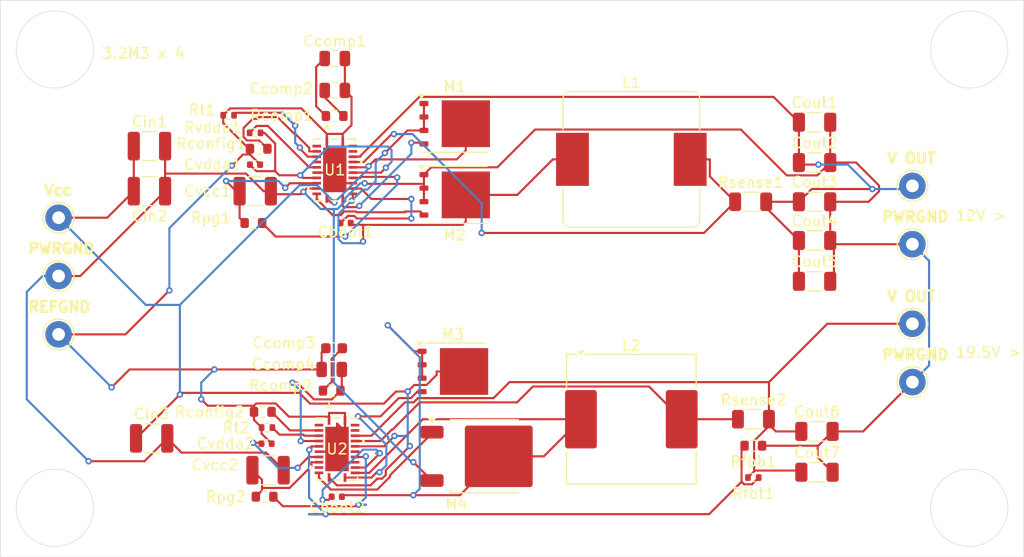
<source format=kicad_pcb>
(kicad_pcb (version 20241229) (generator "pcbnew") (generator_version "9.0")
  (layers (0 "F.Cu" signal) (2 "B.Cu" signal) (13 "F.Paste" user) (15 "B.Paste" user) (5 "F.SilkS" user "F.Silkscreen") (7 "B.SilkS" user "B.Silkscreen") (1 "F.Mask" user) (3 "B.Mask" user) (25 "Edge.Cuts" user))
  (net 0 "")
  (net 1 "Net-(U1-CBOOT)")
  (net 2 "Net-(M2-D)")
  (net 3 "Net-(M4-D)")
  (net 4 "Net-(U2-CBOOT)")
  (net 5 "GNDREF")
  (net 6 "Net-(Ccomp1-Pad1)")
  (net 7 "Net-(U1-EXTCOMP)")
  (net 8 "Net-(Ccomp3-Pad2)")
  (net 9 "Net-(U2-EXTCOMP)")
  (net 10 "GNDPWR")
  (net 11 "VCC")
  (net 12 "Net-(Con2-Pin_1)")
  (net 13 "Net-(Con3-Pin_1)")
  (net 14 "Net-(U1-VCC)")
  (net 15 "Net-(U2-VCC)")
  (net 16 "Net-(U1-PFM{slash}SYNC)")
  (net 17 "Net-(U2-PFM{slash}SYNC)")
  (net 18 "Net-(U1-ISNS+)")
  (net 19 "Net-(U2-ISNS+)")
  (net 20 "Net-(M1-G)")
  (net 21 "Net-(M2-G)")
  (net 22 "Net-(M3-G)")
  (net 23 "Net-(M4-G)")
  (net 24 "Net-(U1-CNFG)")
  (net 25 "Net-(U2-CNFG)")
  (net 26 "Net-(U2-FB)")
  (net 27 "Net-(U1-PG{slash}SYNCOUT)")
  (net 28 "Net-(U2-PG{slash}SYNCOUT)")
  (net 29 "Net-(U1-RT)")
  (net 30 "Net-(U2-RT)")
  (net 31 "Net-(U1-FB)")
  (footprint "Resistor_SMD:R_0402_1005Metric" (layer "F.Cu") (at 112.5 67)
    (property "Reference" "Rfbt1")
    (property "Value" "232K")
  )
  (footprint "Resistor_SMD:R_0603_1608Metric" (layer "F.Cu") (at 66.425 68.8076)
    (property "Reference" "Rpg2")
    (property "Value" "100k")
  )
  (footprint "Capacitor_SMD:C_0402_1005Metric" (layer "F.Cu") (at 66.61 63.8076)
    (property "Reference" "Cvdda2")
    (property "Value" "100n")
  )
  (footprint "Capacitor_SMD:C_0402_1005Metric" (layer "F.Cu") (at 73.23 68.8076)
    (property "Reference" "Cboot2")
    (property "Value" "100n")
  )
  (footprint "Resistor_SMD:R_0402_1005Metric" (layer "F.Cu") (at 66.65 62.2876)
    (property "Reference" "Rt2")
    (property "Value" "29.4K")
  )
  (footprint "Capacitor_SMD:C_0805_2012Metric" (layer "F.Cu") (at 72.75 56.8076)
    (property "Reference" "Ccomp4")
    (property "Value" "68p")
  )
  (footprint "Capacitor_SMD:C_1210_3225Metric" (layer "F.Cu") (at 55.775 63.3076)
    (property "Reference" "Cin3")
    (property "Value" "3.3u")
  )
  (footprint "Resistor_SMD:R_0603_1608Metric" (layer "F.Cu") (at 112.5 64)
    (property "Reference" "Rfbb1")
    (property "Value" "10K")
  )
  (footprint "Wire Holes:Vout Holed" (layer "F.Cu") (at 127.5 39.5)
    (property "Reference" "Con2" (hide yes))
    (property "Value" "12V Out" (hide yes))
  )
  (footprint "Resistor_SMD:R_0603_1608Metric" (layer "F.Cu") (at 66.25 60.8076)
    (property "Reference" "Rconfig2")
    (property "Value" "40.2K")
  )
  (footprint "Resistor_SMD:R_0603_1608Metric" (layer "F.Cu") (at 65.365 43)
    (property "Reference" "Rpg1")
    (property "Value" "100K")
  )
  (footprint "Package_TO_SOT_SMD:TO-252-2" (layer "F.Cu") (at 87.24 65)
    (property "Reference" "M4")
    (property "Value" "100V 200A")
  )
  (footprint "Capacitor_SMD:C_1206_3216Metric" (layer "F.Cu") (at 118.5 66.5)
    (property "Reference" "Cout7")
    (property "Value" "4.7u")
  )
  (footprint "Resistor_SMD:R_0603_1608Metric" (layer "F.Cu") (at 72.75 58.8076)
    (property "Reference" "Rcomp2")
    (property "Value" "5.23k")
  )
  (footprint "Package_TO_SOT_SMD:TDSON-8-1" (layer "F.Cu") (at 84.345 33.64)
    (property "Reference" "M1")
    (property "Value" "80V 77A")
  )
  (footprint "Resistor_SMD:R_1206_3216Metric" (layer "F.Cu") (at 112.25 41)
    (property "Reference" "Rsense1")
    (property "Value" "6m")
  )
  (footprint "Inductor_SMD:L_Coilcraft_MSS1210-XXX" (layer "F.Cu") (at 101 61.5)
    (property "Reference" "L2")
    (property "Value" "10u")
  )
  (footprint "Resistor_SMD:R_0603_1608Metric" (layer "F.Cu") (at 73.025 32.91)
    (property "Reference" "Rcomp1")
    (property "Value" "4.7K")
  )
  (footprint "Capacitor_SMD:C_0805_2012Metric" (layer "F.Cu") (at 73.04 27.49)
    (property "Reference" "Ccomp1")
    (property "Value" "3.9n")
  )
  (footprint "Capacitor_SMD:C_1210_3225Metric" (layer "F.Cu") (at 55.565 35.75)
    (property "Reference" "Cin1")
    (property "Value" "2.2u")
  )
  (footprint "Capacitor_SMD:C_1206_3216Metric" (layer "F.Cu") (at 118.275 37.3)
    (property "Reference" "Cout2")
    (property "Value" "10u")
  )
  (footprint "Resistor_SMD:R_0603_1608Metric" (layer "F.Cu") (at 65.865 36)
    (property "Reference" "Rconfig1")
    (property "Value" "40.2K")
  )
  (footprint "Capacitor_SMD:C_0805_2012Metric" (layer "F.Cu") (at 73.04 30.5)
    (property "Reference" "Ccomp2")
    (property "Value" "100p")
  )
  (footprint "Resistor_SMD:R_0402_1005Metric" (layer "F.Cu") (at 65.53 34.5)
    (property "Reference" "Rvdda1")
    (property "Value" "47.5K")
  )
  (footprint "Wire Holes:Vin Holes" (layer "F.Cu") (at 47 42.5)
    (property "Reference" "Con1" (hide yes))
    (property "Value" "Battery In" (hide yes))
  )
  (footprint "Wire Holes:Vout Holed" (layer "F.Cu") (at 127.5 52.5)
    (property "Reference" "Con3" (hide yes))
    (property "Value" "19.5V Out" (hide yes))
  )
  (footprint "Inductor_SMD:L_Bourns_SRP1245A" (layer "F.Cu") (at 101 37)
    (property "Reference" "L1")
    (property "Value" "6.8u")
  )
  (footprint "Capacitor_SMD:C_1206_3216Metric" (layer "F.Cu") (at 118.5 62.65)
    (property "Reference" "Cout6")
    (property "Value" "4.7u")
  )
  (footprint "Capacitor_SMD:C_1206_3216Metric" (layer "F.Cu") (at 118.275 41)
    (property "Reference" "Cout3")
    (property "Value" "10u")
  )
  (footprint "Capacitor_SMD:C_1206_3216Metric" (layer "F.Cu") (at 118.275 44.65)
    (property "Reference" "Cout4")
    (property "Value" "10u")
  )
  (footprint "Resistor_SMD:R_0402_1005Metric" (layer "F.Cu") (at 63.03 32.8424)
    (property "Reference" "Rt1")
    (property "Value" "39K")
  )
  (footprint "LM5149:VQFN24_RGY_TEX" (layer "F.Cu") (at 73.04 38)
    (property "Reference" "U1")
    (property "Value" "LM5149RGYR")
  )
  (footprint "Package_TO_SOT_SMD:TDSON-8-1" (layer "F.Cu") (at 84.345 40.35)
    (property "Reference" "M2")
    (property "Value" "80V 77A")
  )
  (footprint "LM5149:VQFN24_RGY_TEX" (layer "F.Cu") (at 73.25 64.3076)
    (property "Reference" "U2")
    (property "Value" "LM5149RGYR")
  )
  (footprint "Resistor_SMD:R_1206_3216Metric" (layer "F.Cu") (at 112.5125 61.5)
    (property "Reference" "Rsense2")
    (property "Value" "9m")
  )
  (footprint "Capacitor_SMD:C_0603_1608Metric" (layer "F.Cu") (at 72.975 54.8076)
    (property "Reference" "Ccomp3")
    (property "Value" "2.7n")
  )
  (footprint "Capacitor_SMD:C_1210_3225Metric" (layer "F.Cu") (at 55.565 40)
    (property "Reference" "Cin2")
    (property "Value" "2.2u")
  )
  (footprint "Capacitor_SMD:C_0402_1005Metric" (layer "F.Cu") (at 65.52 37.5)
    (property "Reference" "Cvdda1")
    (property "Value" "100n")
  )
  (footprint "Capacitor_SMD:C_1210_3225Metric" (layer "F.Cu") (at 65.54 40)
    (property "Reference" "Cvcc1")
    (property "Value" "2.2u")
  )
  (footprint "Capacitor_SMD:C_1206_3216Metric" (layer "F.Cu") (at 118.275 48.5)
    (property "Reference" "Cout5")
    (property "Value" "10u")
  )
  (footprint "Capacitor_SMD:C_1206_3216Metric" (layer "F.Cu") (at 118.275 33.5)
    (property "Reference" "Cout1")
    (property "Value" "10u")
  )
  (footprint "Package_TO_SOT_SMD:TDSON-8-1" (layer "F.Cu") (at 84.175 57)
    (property "Reference" "M3")
    (property "Value" "80V 77A")
  )
  (footprint "Capacitor_SMD:C_1210_3225Metric" (layer "F.Cu") (at 66.75 66.3076)
    (property "Reference" "Cvcc2")
    (property "Value" "2.2u")
  )
  (footprint "Capacitor_SMD:C_0402_1005Metric" (layer "F.Cu") (at 74.06 43)
    (property "Reference" "Cboot1")
    (property "Value" "100n")
  )
  (gr_circle (center 46.640055 26.640055) (end 50.140055 25.640055) (stroke (width 0.05)) (fill no) (layer "Edge.Cuts"))
  (gr_circle (center 132.859945 69.859945) (end 136.359945 68.859945) (stroke (width 0.05)) (fill no) (layer "Edge.Cuts"))
  (gr_rect (start 41.5 22) (end 138 74.5) (stroke (width 0.05)) (fill no) (layer "Edge.Cuts"))
  (gr_circle (center 46.640055 69.859945) (end 50.140055 68.859945) (stroke (width 0.05)) (fill no) (layer "Edge.Cuts"))
  (gr_circle (center 132.859945 26.640055) (end 136.359945 25.640055) (stroke (width 0.05)) (fill no) (layer "Edge.Cuts"))
  (gr_text "19.5V >\n\n\n" (at 131.5 59 0) (layer "F.SilkS") (effects (font (size 1 1)) (justify left bottom)))
  (gr_text "3.2M3 x 4" (at 55 27 0) (layer "F.SilkS") (effects (font (size 1 1))))
  (gr_text "12V >\n\n" (at 131.5 44.5 0) (layer "F.SilkS") (effects (font (size 1 1)) (justify left bottom)))
  (segment (start 74.2694 42.3351) (end 74.8776 42.3351) (width 0.2) (layer "F.Cu") (net 1))
  (segment (start 75.501 39.75) (end 76.4864 40.7354) (width 0.2) (layer "F.Cu") (net 1))
  (segment (start 73.58 43) (end 73.9248 42.6552) (width 0.2) (layer "F.Cu") (net 1))
  (segment (start 73.9248 42.6552) (end 73.9494 42.6552) (width 0.2) (layer "F.Cu") (net 1))
  (segment (start 73.9494 42.6551) (end 74.2694 42.3351) (width 0.2) (layer "F.Cu") (net 1))
  (segment (start 74.8776 42.3351) (end 75.1179 42.5754) (width 0.2) (layer "F.Cu") (net 1))
  (segment (start 76.4864 40.7354) (end 80.2574 40.7354) (width 0.2) (layer "F.Cu") (net 1))
  (segment (start 73.9494 42.6552) (end 73.9494 42.6551) (width 0.2) (layer "F.Cu") (net 1))
  (segment (start 75.1179 42.5754) (end 80.2574 42.5754) (width 0.2) (layer "F.Cu") (net 1))
  (segment (start 74.7418 39.75) (end 75.501 39.75) (width 0.2) (layer "F.Cu") (net 1))
  (via (at 80.2574 40.7354) (size 0.6) (drill 0.3) (layers "F.Cu" "B.Cu") (net 1))
  (via (at 80.2574 42.5754) (size 0.6) (drill 0.3) (layers "F.Cu" "B.Cu") (net 1))
  (segment (start 80.2574 40.7354) (end 80.2574 42.5754) (width 0.2) (layer "B.Cu") (net 1))
  (segment (start 81.445 34.275) (end 79.8902 34.275) (width 0.2) (layer "F.Cu") (net 2))
  (segment (start 75.7034 43.1771) (end 85.0746 43.1771) (width 0.2) (layer "F.Cu") (net 2))
  (segment (start 74.7418 40.8004) (end 74.6397 40.9025) (width 0.2) (layer "F.Cu") (net 2))
  (segment (start 81.445 31.735) (end 81.445 33.005) (width 0.2) (layer "F.Cu") (net 2))
  (segment (start 74.7418 40.25) (end 74.7418 40.8004) (width 0.2) (layer "F.Cu") (net 2))
  (segment (start 74.54 43) (end 74.7171 43.1771) (width 0.2) (layer "F.Cu") (net 2))
  (segment (start 77.7891 36.3761) (end 77.7875 36.3761) (width 0.2) (layer "F.Cu") (net 2))
  (segment (start 95.45 37) (end 93.5983 37) (width 0.2) (layer "F.Cu") (net 2))
  (segment (start 85.395 40.35) (end 90.2483 40.35) (width 0.2) (layer "F.Cu") (net 2))
  (segment (start 77.7875 36.3761) (end 77.7629 36.4007) (width 0.2) (layer "F.Cu") (net 2))
  (segment (start 90.2483 40.35) (end 93.5983 37) (width 0.2) (layer "F.Cu") (net 2))
  (segment (start 79.8902 34.275) (end 77.7891 36.3761) (width 0.2) (layer "F.Cu") (net 2))
  (segment (start 81.445 34.275) (end 81.445 33.005) (width 0.2) (layer "F.Cu") (net 2))
  (segment (start 74.7171 43.1771) (end 75.7034 43.1771) (width 0.2) (layer "F.Cu") (net 2))
  (segment (start 85.395 40.35) (end 85.395 42.8567) (width 0.2) (layer "F.Cu") (net 2))
  (segment (start 75.7034 43.1771) (end 75.7034 44.7418) (width 0.2) (layer "F.Cu") (net 2))
  (segment (start 85.0746 43.1771) (end 85.395 42.8567) (width 0.2) (layer "F.Cu") (net 2))
  (via (at 77.7629 36.4007) (size 0.6) (drill 0.3) (layers "F.Cu" "B.Cu") (net 2))
  (via (at 75.7034 44.7418) (size 0.6) (drill 0.3) (layers "F.Cu" "B.Cu") (net 2))
  (via (at 74.6397 40.9025) (size 0.6) (drill 0.3) (layers "F.Cu" "B.Cu") (net 2))
  (segment (start 73.3856 42.1566) (end 74.6397 40.9025) (width 0.2) (layer "B.Cu") (net 2))
  (segment (start 76.1045 39.8552) (end 76.8956 39.0641) (width 0.2) (layer "B.Cu") (net 2))
  (segment (start 76.8956 37.268) (end 77.7629 36.4007) (width 0.2) (layer "B.Cu") (net 2))
  (segment (start 75.5421 44.9031) (end 73.7628 44.9031) (width 0.2) (layer "B.Cu") (net 2))
  (segment (start 73.3856 44.5259) (end 73.3856 42.1566) (width 0.2) (layer "B.Cu") (net 2))
  (segment (start 75.687 39.8552) (end 76.1045 39.8552) (width 0.2) (layer "B.Cu") (net 2))
  (segment (start 75.7034 44.7418) (end 75.5421 44.9031) (width 0.2) (layer "B.Cu") (net 2))
  (segment (start 73.7628 44.9031) (end 73.3856 44.5259) (width 0.2) (layer "B.Cu") (net 2))
  (segment (start 74.6397 40.9025) (end 75.687 39.8552) (width 0.2) (layer "B.Cu") (net 2))
  (segment (start 76.8956 39.0641) (end 76.8956 37.268) (width 0.2) (layer "B.Cu") (net 2))
  (segment (start 81.275 55.095) (end 80.4851 55.095) (width 0.2) (layer "F.Cu") (net 3))
  (segment (start 76.2865 66.5576) (end 75.6599 66.5576) (width 0.2) (layer "F.Cu") (net 3))
  (segment (start 74.9518 66.5576) (end 75.6599 66.5576) (width 0.2) (layer "F.Cu") (net 3))
  (segment (start 88.5 65) (end 92.75 65) (width 0.2) (layer "F.Cu") (net 3))
  (segment (start 81.275 57.635) (end 81.275 56.365) (width 0.2) (layer "F.Cu") (net 3))
  (segment (start 80.4399 68.6637) (end 84.8363 68.6637) (width 0.2) (layer "F.Cu") (net 3))
  (segment (start 73.8539 68.6637) (end 73.71 68.8076) (width 0.2) (layer "F.Cu") (net 3))
  (segment (start 80.4851 55.095) (end 78.0316 52.6415) (width 0.2) (layer "F.Cu") (net 3))
  (segment (start 84.8363 68.6637) (end 88.5 65) (width 0.2) (layer "F.Cu") (net 3))
  (segment (start 80.4399 68.6637) (end 73.8539 68.6637) (width 0.2) (layer "F.Cu") (net 3))
  (segment (start 81.3441 61.5) (end 76.2865 66.5576) (width 0.2) (layer "F.Cu") (net 3))
  (segment (start 92.75 65) (end 96.25 61.5) (width 0.2) (layer "F.Cu") (net 3))
  (segment (start 96.25 61.5) (end 81.3441 61.5) (width 0.2) (layer "F.Cu") (net 3))
  (segment (start 81.275 55.095) (end 81.275 56.365) (width 0.2) (layer "F.Cu") (net 3))
  (via (at 80.4399 68.6637) (size 0.6) (drill 0.3) (layers "F.Cu" "B.Cu") (net 3))
  (via (at 78.0316 52.6415) (size 0.6) (drill 0.3) (layers "F.Cu" "B.Cu") (net 3))
  (segment (start 80.4399 68.6637) (end 81.0506 68.053) (width 0.2) (layer "B.Cu") (net 3))
  (segment (start 81.0506 68.053) (end 81.0506 55.6605) (width 0.2) (layer "B.Cu") (net 3))
  (segment (start 81.0506 55.6605) (end 78.0316 52.6415) (width 0.2) (layer "B.Cu") (net 3))
  (segment (start 75.9356 66.0576) (end 77.2847 64.7085) (width 0.2) (layer "F.Cu") (net 4))
  (segment (start 76.9395 64.7085) (end 77.2847 64.7085) (width 0.2) (layer "F.Cu") (net 4))
  (segment (start 74.9518 66.0576) (end 75.9356 66.0576) (width 0.2) (layer "F.Cu") (net 4))
  (segment (start 72.4566 69.101) (end 72.75 68.8076) (width 0.2) (layer "F.Cu") (net 4))
  (segment (start 71.8931 69.101) (end 72.4566 69.101) (width 0.2) (layer "F.Cu") (net 4))
  (segment (start 77.2847 64.7085) (end 76.9395 64.7085) (width 0.2) (layer "F.Cu") (net 4))
  (via (at 77.2847 64.7085) (size 0.6) (drill 0.3) (layers "F.Cu" "B.Cu") (net 4))
  (via (at 71.8931 69.101) (size 0.6) (drill 0.3) (layers "F.Cu" "B.Cu") (net 4))
  (segment (start 76.9395 64.7085) (end 77.2847 64.7085) (width 0.2) (layer "B.Cu") (net 4))
  (segment (start 77.2847 64.7085) (end 76.9395 64.7085) (width 0.2) (layer "B.Cu") (net 4))
  (segment (start 76.9395 64.3633) (end 75.6995 64.3633) (width 0.2) (layer "B.Cu") (net 4))
  (segment (start 71.8931 68.1697) (end 71.8931 69.101) (width 0.2) (layer "B.Cu") (net 4))
  (segment (start 77.2847 64.7085) (end 76.9395 64.3633) (width 0.2) (layer "B.Cu") (net 4))
  (segment (start 75.6995 64.3633) (end 71.8931 68.1697) (width 0.2) (layer "B.Cu") (net 4))
  (segment (start 63.1685 32.1939) (end 62.52 32.8424) (width 0.2) (layer "F.Cu") (net 5))
  (segment (start 73.25 64.3076) (end 73 64.5576) (width 0.2) (layer "F.Cu") (net 5))
  (segment (start 67.09 63.8076) (end 66.14 62.8576) (width 0.2) (layer "F.Cu") (net 5))
  (segment (start 72.5 60.9071) (end 74 60.9071) (width 0.2) (layer "F.Cu") (net 5))
  (segment (start 61.6859 56.8076) (end 53.6866 56.8076) (width 0.2) (layer "F.Cu") (net 5))
  (segment (start 68.7142 61.2611) (end 67.4652 60.0121) (width 0.2) (layer "F.Cu") (net 5))
  (segment (start 65.04 36.54) (end 65.04 36) (width 0.2) (layer "F.Cu") (net 5))
  (segment (start 73.6629 62.3233) (end 73.25 61.9104) (width 0.2) (layer "F.Cu") (net 5))
  (segment (start 65.04 36.54) (end 64.3857 36.54) (width 0.2) (layer "F.Cu") (net 5))
  (segment (start 73.0337 38.25) (end 71.3382 38.25) (width 0.2) (layer "F.Cu") (net 5))
  (segment (start 73.0369 38) (end 73.0369 38.2468) (width 0.2) (layer "F.Cu") (net 5))
  (segment (start 74.0337 39.25) (end 73.0337 38.25) (width 0.2) (layer "F.Cu") (net 5))
  (segment (start 73.0369 38) (end 73.0369 36.7626) (width 0.2) (layer "F.Cu") (net 5))
  (segment (start 72.5 61.2611) (end 68.7142 61.2611) (width 0.2) (layer "F.Cu") (net 5))
  (segment (start 66.14 62.8576) (end 66.14 62.2876) (width 0.2) (layer "F.Cu") (net 5))
  (segment (start 65.425 60.8076) (end 65.425 61.5726) (width 0.2) (layer "F.Cu") (net 5))
  (segment (start 67.4652 60.0121) (end 65.6414 60.0121) (width 0.2) (layer "F.Cu") (net 5))
  (segment (start 71.8 55.2076) (end 71.8 56.8076) (width 0.2) (layer "F.Cu") (net 5))
  (segment (start 72.29 35.3076) (end 72.29 36.0157) (width 0.2) (layer "F.Cu") (net 5))
  (segment (start 73.25 64.3076) (end 73.25 61.9104) (width 0.2) (layer "F.Cu") (net 5))
  (segment (start 61.0589 60.2285) (end 65.425 60.2285) (width 0.2) (layer "F.Cu") (net 5))
  (segment (start 73.99 30.5) (end 73.99 27.49) (width 0.2) (layer "F.Cu") (net 5))
  (segment (start 74.9518 65.5576) (end 73.2563 65.5576) (width 0.2) (layer "F.Cu") (net 5))
  (segment (start 64.3857 36.54) (end 63.3362 37.5895) (width 0.2) (layer "F.Cu") (net 5))
  (segment (start 72.29 34.5995) (end 69.8844 32.1939) (width 0.2) (layer "F.Cu") (net 5))
  (segment (start 73.0369 36.7626) (end 72.29 36.0157) (width 0.2) (layer "F.Cu") (net 5))
  (segment (start 73.2563 65.5576) (end 72.2563 64.5576) (width 0.2) (layer "F.Cu") (net 5))
  (segment (start 71.5482 64.5576) (end 72.2563 64.5576) (width 0.2) (layer "F.Cu") (net 5))
  (segment (start 60.4476 59.6172) (end 61.0589 60.2285) (width 0.2) (layer "F.Cu") (net 5))
  (segment (start 74.617 31.127) (end 74.617 33.7725) (width 0.2) (layer "F.Cu") (net 5))
  (segment (start 72.29 34.9535) (end 72.29 34.5995) (width 0.2) (layer "F.Cu") (net 5))
  (segment (start 73.04 38) (end 73.0369 38) (width 0.2) (layer "F.Cu") (net 5))
  (segment (start 69.8844 32.1939) (end 63.1685 32.1939) (width 0.2) (layer "F.Cu") (net 5))
  (segment (start 57.4435 49.3617) (end 53.3052 53.5) (width 0.2) (layer "F.Cu") (net 5))
  (segment (start 53.6866 56.8076) (end 51.9971 58.4971) (width 0.2) (layer "F.Cu") (net 5))
  (segment (start 72.5 61.6152) (end 72.5 61.2611) (width 0.2) (layer "F.Cu") (net 5))
  (segment (start 74 62.3233) (end 73.6629 62.3233) (width 0.2) (layer "F.Cu") (net 5))
  (segment (start 74.617 33.7725) (end 73.79 34.5995) (width 0.2) (layer "F.Cu") (net 5))
  (segment (start 72.29 34.5995) (end 73.79 34.5995) (width 0.2) (layer "F.Cu") (net 5))
  (segment (start 73.0369 38.2468) (end 73.0337 38.25) (width 0.2) (layer "F.Cu") (net 5))
  (segment (start 62.52 33.5775) (end 64.9425 36) (width 0.2) (layer "F.Cu") (net 5))
  (segment (start 71.8 56.8076) (end 61.6859 56.8076) (width 0.2) (layer "F.Cu") (net 5))
  (segment (start 62.52 32.8424) (end 62.52 33.5775) (width 0.2) (layer "F.Cu") (net 5))
  (segment (start 66 37.5) (end 65.04 36.54) (width 0.2) (layer "F.Cu") (net 5))
  (segment (start 73.99 30.5) (end 74.617 31.127) (width 0.2) (layer "F.Cu") (net 5))
  (segment (start 65.6414 60.0121) (end 65.425 60.2285) (width 0.2) (layer "F.Cu") (net 5))
  (segment (start 73 64.5576) (end 72.2563 64.5576) (width 0.2) (layer "F.Cu") (net 5))
  (segment (start 72.2 54.8076) (end 71.8 55.2076) (width 0.2) (layer "F.Cu") (net 5))
  (segment (start 73.79 35.3076) (end 73.79 34.5995) (width 0.2) (layer "F.Cu") (net 5))
  (segment (start 53.3052 53.5) (end 47 53.5) (width 0.2) (layer "F.Cu") (net 5))
  (segment (start 65.425 61.5726) (end 66.14 62.2876) (width 0.2) (layer "F.Cu") (net 5))
  (segment (start 72.5 61.2611) (end 72.5 60.9071) (width 0.2) (layer "F.Cu") (net 5))
  (segment (start 65.425 60.2285) (end 65.425 60.8076) (width 0.2) (layer "F.Cu") (net 5))
  (segment (start 74 61.6152) (end 74 60.9071) (width 0.2) (layer "F.Cu") (net 5))
  (segment (start 74.7418 39.25) (end 74.0337 39.25) (width 0.2) (layer "F.Cu") (net 5))
  (segment (start 72.29 35.3076) (end 72.29 34.9535) (width 0.2) (layer "F.Cu") (net 5))
  (segment (start 74 61.6152) (end 74 62.3233) (width 0.2) (layer "F.Cu") (net 5))
  (segment (start 64.9425 36) (end 65.04 36) (width 0.2) (layer "F.Cu") (net 5))
  (via (at 61.6859 56.8076) (size 0.6) (drill 0.3) (layers "F.Cu" "B.Cu") (net 5))
  (via (at 51.9971 58.4971) (size 0.6) (drill 0.3) (layers "F.Cu" "B.Cu") (net 5))
  (via (at 63.3362 37.5895) (size 0.6) (drill 0.3) (layers "F.Cu" "B.Cu") (net 5))
  (via (at 57.4435 49.3617) (size 0.6) (drill 0.3) (layers "F.Cu" "B.Cu") (net 5))
  (via (at 60.4476 59.6172) (size 0.6) (drill 0.3) (layers "F.Cu" "B.Cu") (net 5))
  (segment (start 63.3362 37.5895) (end 57.4435 43.4822) (width 0.2) (layer "B.Cu") (net 5))
  (segment (start 47.813 54.313) (end 47 53.5) (width 0.2) (layer "B.Cu") (net 5))
  (segment (start 57.4435 43.4822) (end 57.4435 49.3617) (width 0.2) (layer "B.Cu") (net 5))
  (segment (start 51.9971 58.4971) (end 47.8131 54.3131) (width 0.2) (layer "B.Cu") (net 5))
  (segment (start 47.8131 54.313) (end 47.813 54.313) (width 0.2) (layer "B.Cu") (net 5))
  (segment (start 61.6859 56.8076) (end 60.4476 58.0459) (width 0.2) (layer "B.Cu") (net 5))
  (segment (start 60.4476 58.0459) (end 60.4476 59.6172) (width 0.2) (layer "B.Cu") (net 5))
  (segment (start 47.8131 54.3131) (end 47.8131 54.313) (width 0.2) (layer "B.Cu") (net 5))
  (segment (start 71.2823 28.2977) (end 71.2823 31.9923) (width 0.2) (layer "F.Cu") (net 6))
  (segment (start 72.09 27.49) (end 71.2823 28.2977) (width 0.2) (layer "F.Cu") (net 6))
  (segment (start 71.2823 31.9923) (end 72.2 32.91) (width 0.2) (layer "F.Cu") (net 6))
  (segment (start 73.85 32.91) (end 72.09 31.15) (width 0.2) (layer "F.Cu") (net 7))
  (segment (start 72.09 31.15) (end 72.09 30.5) (width 0.2) (layer "F.Cu") (net 7))
  (segment (start 72.75 57.9826) (end 71.925 58.8076) (width 0.2) (layer "F.Cu") (net 8))
  (segment (start 73.75 54.8076) (end 72.75 55.8076) (width 0.2) (layer "F.Cu") (net 8))
  (segment (start 72.75 55.8076) (end 72.75 57.9826) (width 0.2) (layer "F.Cu") (net 8))
  (segment (start 69.0456 58.0533) (end 69.4975 58.0533) (width 0.2) (layer "F.Cu") (net 9))
  (segment (start 71.5482 63.5576) (end 69.8289 63.5576) (width 0.2) (layer "F.Cu") (net 9))
  (segment (start 73.575 58.8076) (end 73.7 58.6826) (width 0.2) (layer "F.Cu") (net 9))
  (segment (start 71.071 59.6268) (end 72.7558 59.6268) (width 0.2) (layer "F.Cu") (net 9))
  (segment (start 73.7 58.6826) (end 73.7 56.8076) (width 0.2) (layer "F.Cu") (net 9))
  (segment (start 72.7558 59.6268) (end 73.575 58.8076) (width 0.2) (layer "F.Cu") (net 9))
  (segment (start 69.4975 58.0533) (end 71.071 59.6268) (width 0.2) (layer "F.Cu") (net 9))
  (via (at 69.8289 63.5576) (size 0.6) (drill 0.3) (layers "F.Cu" "B.Cu") (net 9))
  (via (at 69.0456 58.0533) (size 0.6) (drill 0.3) (layers "F.Cu" "B.Cu") (net 9))
  (segment (start 69.8289 58.8366) (end 69.0456 58.0533) (width 0.2) (layer "B.Cu") (net 9))
  (segment (start 69.8289 63.5576) (end 69.8289 58.8366) (width 0.2) (layer "B.Cu") (net 9))
  (segment (start 118.5657 64.0593) (end 118.5657 65.0907) (width 0.2) (layer "F.Cu") (net 10))
  (segment (start 124.3522 40.0152) (end 124.3522 39.4697) (width 0.2) (layer "F.Cu") (net 10))
  (segment (start 81.445 39.3088) (end 81.445 39.715) (width 0.2) (layer "F.Cu") (net 10))
  (segment (start 122.1825 37.3) (end 119.75 37.3) (width 0.2) (layer "F.Cu") (net 10))
  (segment (start 75.8553 39.2535) (end 75.9106 39.3088) (width 0.2) (layer "F.Cu") (net 10))
  (segment (start 70.0778 40.0564) (end 70.3842 39.75) (width 0.2) (layer "F.Cu") (net 10))
  (segment (start 91.9284 34.1883) (end 111.3236 34.1883) (width 0.2) (layer "F.Cu") (net 10))
  (segment (start 118.5064 64) (end 118.5657 64.0593) (width 0.2) (layer "F.Cu") (net 10))
  (segment (start 124.3522 39.4697) (end 122.1825 37.3) (width 0.2) (layer "F.Cu") (net 10))
  (segment (start 82.1414 37.7486) (end 88.3681 37.7486) (width 0.2) (layer "F.Cu") (net 10))
  (segment (start 81.445 38.445) (end 82.1414 37.7486) (width 0.2) (layer "F.Cu") (net 10))
  (segment (start 81.445 38.445) (end 81.445 39.3088) (width 0.2) (layer "F.Cu") (net 10))
  (segment (start 115.6435 38.5082) (end 118.5418 38.5082) (width 0.2) (layer "F.Cu") (net 10))
  (segment (start 119.75 41) (end 119.75 44.65) (width 0.2) (layer "F.Cu") (net 10))
  (segment (start 57.04 38.3417) (end 57.04 40) (width 0.2) (layer "F.Cu") (net 10))
  (segment (start 119.975 62.65) (end 122.85 62.65) (width 0.2) (layer "F.Cu") (net 10))
  (segment (start 111.3236 34.1883) (end 115.6435 38.5082) (width 0.2) (layer "F.Cu") (net 10))
  (segment (start 57.25 63.3076) (end 58.5927 64.6503) (width 0.2) (layer "F.Cu") (net 10))
  (segment (start 127.5 45) (end 120.1 45) (width 0.2) (layer "F.Cu") (net 10))
  (segment (start 119.75 37.3) (end 119.75 33.5) (width 0.2) (layer "F.Cu") (net 10))
  (segment (start 120.1 45) (end 120.1 48.15) (width 0.2) (layer "F.Cu") (net 10))
  (segment (start 57.04 35.75) (end 57.04 38.3417) (width 0.2) (layer "F.Cu") (net 10))
  (segment (start 118.5418 38.5082) (end 119.75 37.3) (width 0.2) (layer "F.Cu") (net 10))
  (segment (start 82.1845 67.28) (end 80.4489 65.5444) (width 0.2) (layer "F.Cu") (net 10))
  (segment (start 57.04 38.3417) (end 64.6635 38.3417) (width 0.2) (layer "F.Cu") (net 10))
  (segment (start 71.3382 39.75) (end 70.6301 39.75) (width 0.2) (layer "F.Cu") (net 10))
  (segment (start 118.5657 64.0593) (end 119.975 62.65) (width 0.2) (layer "F.Cu") (net 10))
  (segment (start 66.3218 40) (end 67.015 40) (width 0.2) (layer "F.Cu") (net 10))
  (segment (start 113.325 64) (end 118.5064 64) (width 0.2) (layer "F.Cu") (net 10))
  (segment (start 75.9106 39.3088) (end 81.445 39.3088) (width 0.2) (layer "F.Cu") (net 10))
  (segment (start 70.3842 39.75) (end 70.6301 39.75) (width 0.2) (layer "F.Cu") (net 10))
  (segment (start 69.8493 40.2849) (end 70.0778 40.0564) (width 0.2) (layer "F.Cu") (net 10))
  (segment (start 118.5657 65.0907) (end 119.975 66.5) (width 0.2) (layer "F.Cu") (net 10))
  (segment (start 57.25 63.3076) (end 55.0976 65.46) (width 0.2) (layer "F.Cu") (net 10))
  (segment (start 58.5927 64.6503) (end 66.5677 64.6503) (width 0.2) (layer "F.Cu") (net 10))
  (segment (start 55.0976 65.46) (end 49.8307 65.46) (width 0.2) (layer "F.Cu") (net 10))
  (segment (start 122.85 62.65) (end 127.5 58) (width 0.2) (layer "F.Cu") (net 10))
  (segment (start 64.6635 38.3417) (end 66.3218 40) (width 0.2) (layer "F.Cu") (net 10))
  (segment (start 88.3681 37.7486) (end 91.9284 34.1883) (width 0.2) (layer "F.Cu") (net 10))
  (segment (start 67.015 40) (end 67.2999 40.2849) (width 0.2) (layer "F.Cu") (net 10))
  (segment (start 119.75 41) (end 123.3674 41) (width 0.2) (layer "F.Cu") (net 10))
  (segment (start 66.5677 64.6503) (end 68.225 66.3076) (width 0.2) (layer "F.Cu") (net 10))
  (segment (start 123.3674 41) (end 124.3522 40.0152) (width 0.2) (layer "F.Cu") (net 10))
  (segment (start 120.1 45) (end 119.75 44.65) (width 0.2) (layer "F.Cu") (net 10))
  (segment (start 81.445 39.715) (end 81.445 40.985) (width 0.2) (layer "F.Cu") (net 10))
  (segment (start 67.2999 40.2849) (end 69.8493 40.2849) (width 0.2) (layer "F.Cu") (net 10))
  (segment (start 82.2 67.28) (end 82.1845 67.28) (width 0.2) (layer "F.Cu") (net 10))
  (segment (start 47 48) (end 49.04 48) (width 0.2) (layer "F.Cu") (net 10))
  (segment (start 120.1 48.15) (end 119.75 48.5) (width 0.2) (layer "F.Cu") (net 10))
  (segment (start 49.04 48) (end 57.04 40) (width 0.2) (layer "F.Cu") (net 10))
  (via (at 70.0778 40.0564) (size 0.6) (drill 0.3) (layers "F.Cu" "B.Cu") (net 10))
  (via (at 80.4489 65.5444) (size 0.6) (drill 0.3) (layers "F.Cu" "B.Cu") (net 10))
  (via (at 75.8553 39.2535) (size 0.6) (drill 0.3) (layers "F.Cu" "B.Cu") (net 10))
  (via (at 49.8307 65.46) (size 0.6) (drill 0.3) (layers "F.Cu" "B.Cu") (net 10))
  (segment (start 75.8553 39.2535) (end 75.4379 39.2535) (width 0.2) (layer "B.Cu") (net 10))
  (segment (start 129.0708 46.5708) (end 127.5 45) (width 0.2) (layer "B.Cu") (net 10))
  (segment (start 74.038 40.9308) (end 73.2856 41.6832) (width 0.2) (layer "B.Cu") (net 10))
  (segment (start 73.2856 41.6832) (end 72.9476 41.6832) (width 0.2) (layer "B.Cu") (net 10))
  (segment (start 78.0637 63.1592) (end 78.0637 63.3293) (width 0.2) (layer "B.Cu") (net 10))
  (segment (start 75.4379 39.2535) (end 74.038 40.6534) (width 0.2) (layer "B.Cu") (net 10))
  (segment (start 44 49.5) (end 45.5 48) (width 0.2) (layer "B.Cu") (net 10))
  (segment (start 78.0637 63.3293) (end 80.2788 65.5444) (width 0.2) (layer "B.Cu") (net 10))
  (segment (start 80.2788 65.5444) (end 80.4489 65.5444) (width 0.2) (layer "B.Cu") (net 10))
  (segment (start 129.0708 56.4292) (end 129.0708 46.5708) (width 0.2) (layer "B.Cu") (net 10))
  (segment (start 127.5 58) (end 129.0708 56.4292) (width 0.2) (layer "B.Cu") (net 10))
  (segment (start 44 59.6293) (end 44 49.5) (width 0.2) (layer "B.Cu") (net 10))
  (segment (start 45.5 48) (end 47 48) (width 0.2) (layer "B.Cu") (net 10))
  (segment (start 71.7046 41.6832) (end 70.0778 40.0564) (width 0.2) (layer "B.Cu") (net 10))
  (segment (start 72.9476 58.0431) (end 78.0637 63.1592) (width 0.2) (layer "B.Cu") (net 10))
  (segment (start 49.8307 65.46) (end 44 59.6293) (width 0.2) (layer "B.Cu") (net 10))
  (segment (start 74.038 40.6534) (end 74.038 40.9308) (width 0.2) (layer "B.Cu") (net 10))
  (segment (start 72.9476 41.6832) (end 72.9476 58.0431) (width 0.2) (layer "B.Cu") (net 10))
  (segment (start 72.9476 41.6832) (end 71.7046 41.6832) (width 0.2) (layer "B.Cu") (net 10))
  (segment (start 78.6654 63.0802) (end 78.8865 63.0802) (width 0.2) (layer "F.Cu") (net 11))
  (segment (start 85.225 57) (end 82.6483 57) (width 0.2) (layer "F.Cu") (net 11))
  (segment (start 79.916 58.8883) (end 78.8078 58.8883) (width 0.2) (layer "F.Cu") (net 11))
  (segment (start 81.6959 58.27) (end 80.5343 58.27) (width 0.2) (layer "F.Cu") (net 11))
  (segment (start 85.395 33.64) (end 85.395 36.1467) (width 0.2) (layer "F.Cu") (net 11))
  (segment (start 72.6641 41.0665) (end 73.0129 41.0665) (width 0.2) (layer "F.Cu") (net 11))
  (segment (start 77.0467 67.1044) (end 77.5001 67.1044) (width 0.2) (layer "F.Cu") (net 11))
  (segment (start 76.8699 37.0034) (end 84.5383 37.0034) (width 0.2) (layer "F.Cu") (net 11))
  (segment (start 51.59 42.5) (end 54.09 40) (width 0.2) (layer "F.Cu") (net 11))
  (segment (start 77.688 64.0576) (end 74.9518 64.0576) (width 0.2) (layer "F.Cu") (net 11))
  (segment (start 76.4205 67.7306) (end 77.0467 67.1044) (width 0.2) (layer "F.Cu") (net 11))
  (segment (start 84.5383 37.0034) (end 85.395 36.1467) (width 0.2) (layer "F.Cu") (net 11))
  (segment (start 77.8526 66.2985) (end 80.1192 64.0319) (width 0.2) (layer "F.Cu") (net 11))
  (segment (start 80.5343 58.27) (end 79.916 58.8883) (width 0.2) (layer "F.Cu") (net 11))
  (segment (start 74.7418 37.75) (end 76.1233 37.75) (width 0.2) (layer "F.Cu") (net 11))
  (segment (start 77.8526 66.7519) (end 77.8526 66.2985) (width 0.2) (layer "F.Cu") (net 11))
  (segment (start 76.2314 37.6419) (end 76.8699 37.0034) (width 0.2) (layer "F.Cu") (net 11))
  (segment (start 54.09 35.75) (end 54.09 40) (width 0.2) (layer "F.Cu") (net 11))
  (segment (start 70.7047 60.0285) (end 69.6917 59.0155) (width 0.2) (layer "F.Cu") (net 11))
  (segment (start 72.5 67) (end 73.2306 67.7306) (width 0.2) (layer "F.Cu") (net 11))
  (segment (start 77.6676 60.0285) (end 70.7047 60.0285) (width 0.2) (layer "F.Cu") (net 11))
  (segment (start 78.8865 63.0802) (end 78.6654 63.0802) (width 0.2) (layer "F.Cu") (net 11))
  (segment (start 82.6483 57.3176) (end 81.6959 58.27) (width 0.2) (layer "F.Cu") (net 11))
  (segment (start 58.4342 59.1734) (end 54.3 63.3076) (width 0.2) (layer "F.Cu") (net 11))
  (segment (start 82.6483 57) (end 82.6483 57.3176) (width 0.2) (layer "F.Cu") (net 11))
  (segment (start 58.5921 59.0155) (end 58.4342 59.1734) (width 0.2) (layer "F.Cu") (net 11))
  (segment (start 78.6654 63.0802) (end 77.688 64.0576) (width 0.2) (layer "F.Cu") (net 11))
  (segment (start 73.2306 67.7306) (end 76.4205 67.7306) (width 0.2) (layer "F.Cu") (net 11))
  (segment (start 77.5001 67.1044) (end 77.8526 66.7519) (width 0.2) (layer "F.Cu") (net 11))
  (segment (start 78.8078 58.8883) (end 77.6676 60.0285) (width 0.2) (layer "F.Cu") (net 11))
  (segment (start 72.29 40.6924) (end 72.6641 41.0665) (width 0.2) (layer "F.Cu") (net 11))
  (segment (start 69.6917 59.0155) (end 58.5921 59.0155) (width 0.2) (layer "F.Cu") (net 11))
  (segment (start 47 42.5) (end 51.59 42.5) (width 0.2) (layer "F.Cu") (net 11))
  (segment (start 76.1233 37.75) (end 76.2314 37.6419) (width 0.2) (layer "F.Cu") (net 11))
  (via (at 80.1192 64.0319) (size 0.6) (drill 0.3) (layers "F.Cu" "B.Cu") (net 11))
  (via (at 73.0129 41.0665) (size 0.6) (drill 0.3) (layers "F.Cu" "B.Cu") (net 11))
  (via (at 76.2314 37.6419) (size 0.6) (drill 0.3) (layers "F.Cu" "B.Cu") (net 11))
  (via (at 58.4342 59.1734) (size 0.6) (drill 0.3) (layers "F.Cu" "B.Cu") (net 11))
  (via (at 78.6654 63.0802) (size 0.6) (drill 0.3) (layers "F.Cu" "B.Cu") (net 11))
  (via (at 79.916 58.8883) (size 0.6) (drill 0.3) (layers "F.Cu" "B.Cu") (net 11))
  (segment (start 76.2313 37.6419) (end 76.2314 37.6419) (width 0.2) (layer "B.Cu") (net 11))
  (segment (start 55.221 50.721) (end 58.4342 50.721) (width 0.2) (layer "B.Cu") (net 11))
  (segment (start 79.8739 64.2772) (end 80.1192 64.0319) (width 0.2) (layer "B.Cu") (net 11))
  (segment (start 71.3724 39.426) (end 73.0129 41.0665) (width 0.2) (layer "B.Cu") (net 11))
  (segment (start 79.916 63.0802) (end 79.916 63.8287) (width 0.2) (layer "B.Cu") (net 11))
  (segment (start 76.2313 37.8481) (end 76.2313 37.6419) (width 0.2) (layer "B.Cu") (net 11))
  (segment (start 78.8865 63.0802) (end 78.6654 63.0802) (width 0.2) (layer "B.Cu") (net 11))
  (segment (start 79.916 61.3998) (end 79.916 62.6091) (width 0.2) (layer "B.Cu") (net 11))
  (segment (start 78.6654 63.0802) (end 78.8865 63.0802) (width 0.2) (layer "B.Cu") (net 11))
  (segment (start 79.916 62.6091) (end 79.916 63.0802) (width 0.2) (layer "B.Cu") (net 11))
  (segment (start 80.1192 64.0319) (end 79.8739 64.2772) (width 0.2) (layer "B.Cu") (net 11))
  (segment (start 58.4342 50.721) (end 69.7292 39.426) (width 0.2) (layer "B.Cu") (net 11))
  (segment (start 47 42.5) (end 55.221 50.721) (width 0.2) (layer "B.Cu") (net 11))
  (segment (start 79.916 63.8287) (end 80.1192 64.0319) (width 0.2) (layer "B.Cu") (net 11))
  (segment (start 79.916 58.8883) (end 79.916 61.3585) (width 0.2) (layer "B.Cu") (net 11))
  (segment (start 73.0129 41.0665) (end 76.2313 37.8481) (width 0.2) (layer "B.Cu") (net 11))
  (segment (start 58.4342 59.1734) (end 58.4342 50.721) (width 0.2) (layer "B.Cu") (net 11))
  (segment (start 79.916 61.3585) (end 79.916 61.3998) (width 0.2) (layer "B.Cu") (net 11))
  (segment (start 69.7292 39.426) (end 71.3724 39.426) (width 0.2) (layer "B.Cu") (net 11))
  (segment (start 79.916 63.0802) (end 78.6654 63.0802) (width 0.2) (layer "B.Cu") (net 11))
  (segment (start 81.0088 31.1116) (end 114.4116 31.1116) (width 0.2) (layer "F.Cu") (net 12))
  (segment (start 75.4499 36.6705) (end 81.0088 31.1116) (width 0.2) (layer "F.Cu") (net 12))
  (segment (start 74.7418 36.75) (end 75.4499 36.75) (width 0.2) (layer "F.Cu") (net 12))
  (segment (start 116.9937 37.4937) (end 116.8 37.3) (width 0.2) (layer "F.Cu") (net 12))
  (segment (start 116.8 44.65) (end 113.7125 41.5625) (width 0.2) (layer "F.Cu") (net 12))
  (segment (start 118.0027 39.7973) (end 116.8 41) (width 0.2) (layer "F.Cu") (net 12))
  (segment (start 116.8 41) (end 113.7125 41) (width 0.2) (layer "F.Cu") (net 12))
  (segment (start 113.7125 41.5625) (end 113.7125 41) (width 0.2) (layer "F.Cu") (net 12))
  (segment (start 114.4116 31.1116) (end 116.8 33.5) (width 0.2) (layer "F.Cu") (net 12))
  (segment (start 118.6402 37.4937) (end 116.9937 37.4937) (width 0.2) (layer "F.Cu") (net 12))
  (segment (start 116.8 33.5) (end 116.8 37.3) (width 0.2) (layer "F.Cu") (net 12))
  (segment (start 123.7176 39.7973) (end 118.0027 39.7973) (width 0.2) (layer "F.Cu") (net 12))
  (segment (start 75.4499 36.75) (end 75.4499 36.6705) (width 0.2) (layer "F.Cu") (net 12))
  (segment (start 116.8 48.5) (end 116.8 44.65) (width 0.2) (layer "F.Cu") (net 12))
  (via (at 123.7176 39.7973) (size 0.6) (drill 0.3) (layers "F.Cu" "B.Cu") (net 12))
  (via (at 118.6402 37.4937) (size 0.6) (drill 0.3) (layers "F.Cu" "B.Cu") (net 12))
  (segment (start 123.7176 39.7973) (end 121.414 37.4937) (width 0.2) (layer "B.Cu") (net 12))
  (segment (start 127.2027 39.7973) (end 127.5 39.5) (width 0.2) (layer "B.Cu") (net 12))
  (segment (start 123.7176 39.7973) (end 127.2027 39.7973) (width 0.2) (layer "B.Cu") (net 12))
  (segment (start 121.414 37.4937) (end 118.6402 37.4937) (width 0.2) (layer "B.Cu") (net 12))
  (segment (start 88.0107 59.5082) (end 89.5163 58.0026) (width 0.2) (layer "F.Cu") (net 13))
  (segment (start 127.5 52.5) (end 119.4776 52.5) (width 0.2) (layer "F.Cu") (net 13))
  (segment (start 114.0453 62.0727) (end 112.575 63.543) (width 0.2) (layer "F.Cu") (net 13))
  (segment (start 79.6493 59.9084) (end 80.4841 59.9084) (width 0.2) (layer "F.Cu") (net 13))
  (segment (start 112.575 66.265) (end 112.65 66.34) (width 0.2) (layer "F.Cu") (net 13))
  (segment (start 80.8843 59.5082) (end 88.0107 59.5082) (width 0.2) (layer "F.Cu") (net 13))
  (segment (start 112.575 63.543) (end 112.575 66.265) (width 0.2) (layer "F.Cu") (net 13))
  (segment (start 113.975 58.0026) (end 113.975 61.5) (width 0.2) (layer "F.Cu") (net 13))
  (segment (start 114.0453 62.0727) (end 114.0453 61.5703) (width 0.2) (layer "F.Cu") (net 13))
  (segment (start 119.4776 52.5) (end 113.975 58.0026) (width 0.2) (layer "F.Cu") (net 13))
  (segment (start 117.025 62.65) (end 114.6226 62.65) (width 0.2) (layer "F.Cu") (net 13))
  (segment (start 114.0453 61.5703) (end 113.975 61.5) (width 0.2) (layer "F.Cu") (net 13))
  (segment (start 80.4841 59.9084) (end 80.7195 59.673) (width 0.2) (layer "F.Cu") (net 13))
  (segment (start 89.5163 58.0026) (end 113.975 58.0026) (width 0.2) (layer "F.Cu") (net 13))
  (segment (start 112.65 66.34) (end 116.865 66.34) (width 0.2) (layer "F.Cu") (net 13))
  (segment (start 80.7195 59.673) (end 80.8843 59.5082) (width 0.2) (layer "F.Cu") (net 13))
  (segment (start 80.7195 59.673) (end 80.8843 59.5082) (width 0.2) (layer "F.Cu") (net 13))
  (segment (start 111.99 67) (end 112.65 66.34) (width 0.2) (layer "F.Cu") (net 13))
  (segment (start 116.865 66.34) (end 117.025 66.5) (width 0.2) (layer "F.Cu") (net 13))
  (segment (start 74.9518 63.0576) (end 76.5001 63.0576) (width 0.2) (layer "F.Cu") (net 13))
  (segment (start 114.6226 62.65) (end 114.0453 62.0727) (width 0.2) (layer "F.Cu") (net 13))
  (segment (start 76.5001 63.0576) (end 79.6493 59.9084) (width 0.2) (layer "F.Cu") (net 13))
  (segment (start 68.8062 39.25) (end 71.3382 39.25) (width 0.2) (layer "F.Cu") (net 14))
  (segment (start 63.7469 40) (end 62.79 39.0431) (width 0.2) (layer "F.Cu") (net 14))
  (segment (start 64.065 40) (end 63.7469 40) (width 0.2) (layer "F.Cu") (net 14))
  (segment (start 68.373 39.6832) (end 68.8062 39.25) (width 0.2) (layer "F.Cu") (net 14))
  (segment (start 64.065 40) (end 64.065 42.525) (width 0.2) (layer "F.Cu") (net 14))
  (segment (start 64.065 42.525) (end 64.54 43) (width 0.2) (layer "F.Cu") (net 14))
  (via (at 62.79 39.0431) (size 0.6) (drill 0.3) (layers "F.Cu" "B.Cu") (net 14))
  (via (at 68.373 39.6832) (size 0.6) (drill 0.3) (layers "F.Cu" "B.Cu") (net 14))
  (segment (start 62.79 39.0431) (end 67.7329 39.0431) (width 0.2) (layer "B.Cu") (net 14))
  (segment (start 67.7329 39.0431) (end 68.373 39.6832) (width 0.2) (layer "B.Cu") (net 14))
  (segment (start 70.8401 65.5576) (end 70.8401 65.9245) (width 0.2) (layer "F.Cu") (net 15))
  (segment (start 68.7859 67.9787) (end 66.1758 67.9787) (width 0.2) (layer "F.Cu") (net 15))
  (segment (start 71.5482 65.5576) (end 70.8401 65.5576) (width 0.2) (layer "F.Cu") (net 15))
  (segment (start 66.1758 67.9787) (end 66.1758 68.2318) (width 0.2) (layer "F.Cu") (net 15))
  (segment (start 70.8401 65.9245) (end 68.7859 67.9787) (width 0.2) (layer "F.Cu") (net 15))
  (segment (start 65.275 66.3076) (end 66.1758 67.2084) (width 0.2) (layer "F.Cu") (net 15))
  (segment (start 66.1758 68.2318) (end 65.6 68.8076) (width 0.2) (layer "F.Cu") (net 15))
  (segment (start 66.1758 67.2084) (end 66.1758 67.9787) (width 0.2) (layer "F.Cu") (net 15))
  (segment (start 66.04 34.5) (end 66.4121 34.5) (width 0.2) (layer "F.Cu") (net 16))
  (segment (start 70.0258 38.75) (end 71.3382 38.75) (width 0.2) (layer "F.Cu") (net 16))
  (segment (start 67.8052 38.5) (end 67.418 38.1128) (width 0.2) (layer "F.Cu") (net 16))
  (segment (start 66.4121 34.5) (end 67.418 35.5059) (width 0.2) (layer "F.Cu") (net 16))
  (segment (start 67.418 38.1128) (end 65.6528 38.1128) (width 0.2) (layer "F.Cu") (net 16))
  (segment (start 74.7418 38.25) (end 77.3891 38.25) (width 0.2) (layer "F.Cu") (net 16))
  (segment (start 69.7758 38.5) (end 70.0258 38.75) (width 0.2) (layer "F.Cu") (net 16))
  (segment (start 69.7758 38.5) (end 67.8052 38.5) (width 0.2) (layer "F.Cu") (net 16))
  (segment (start 77.3891 38.25) (end 77.852 37.7871) (width 0.2) (layer "F.Cu") (net 16))
  (segment (start 65.6528 38.1128) (end 65.04 37.5) (width 0.2) (layer "F.Cu") (net 16))
  (segment (start 67.418 35.5059) (end 67.418 38.1128) (width 0.2) (layer "F.Cu") (net 16))
  (via (at 69.7758 38.5) (size 0.6) (drill 0.3) (layers "F.Cu" "B.Cu") (net 16))
  (via (at 77.852 37.7871) (size 0.6) (drill 0.3) (layers "F.Cu" "B.Cu") (net 16))
  (segment (start 78.3892 37.2499) (end 78.3892 36.1162) (width 0.2) (layer "B.Cu") (net 16))
  (segment (start 77.852 37.7871) (end 78.3892 37.2499) (width 0.2) (layer "B.Cu") (net 16))
  (segment (start 78.3892 36.1162) (end 78.0644 35.7914) (width 0.2) (layer "B.Cu") (net 16))
  (segment (start 72.4844 35.7914) (end 69.7758 38.5) (width 0.2) (layer "B.Cu") (net 16))
  (segment (start 78.0644 35.7914) (end 72.4844 35.7914) (width 0.2) (layer "B.Cu") (net 16))
  (segment (start 69.5376 66.0844) (end 69.5376 66.0828) (width 0.2) (layer "F.Cu") (net 17))
  (segment (start 69.5376 66.0828) (end 70.5628 65.0576) (width 0.2) (layer "F.Cu") (net 17))
  (segment (start 69.5376 66.0828) (end 69.5376 66.0844) (width 0.2) (layer "F.Cu") (net 17))
  (segment (start 65.3464 63.7195) (end 66.0419 63.7195) (width 0.2) (layer "F.Cu") (net 17))
  (segment (start 70.5628 65.0576) (end 71.5482 65.0576) (width 0.2) (layer "F.Cu") (net 17))
  (segment (start 66.0419 63.7195) (end 66.13 63.8076) (width 0.2) (layer "F.Cu") (net 17))
  (via (at 65.3464 63.7195) (size 0.6) (drill 0.3) (layers "F.Cu" "B.Cu") (net 17))
  (via (at 69.5376 66.0828) (size 0.6) (drill 0.3) (layers "F.Cu" "B.Cu") (net 17))
  (segment (start 69.5376 66.0844) (end 69.5376 66.0828) (width 0.2) (layer "B.Cu") (net 17))
  (segment (start 69.5376 66.0828) (end 69.5376 66.0844) (width 0.2) (layer "B.Cu") (net 17))
  (segment (start 65.3464 63.7195) (end 67.7097 66.0828) (width 0.2) (layer "B.Cu") (net 17))
  (segment (start 67.7097 66.0828) (end 69.5376 66.0828) (width 0.2) (layer "B.Cu") (net 17))
  (segment (start 78.6102 34.6116) (end 78.4109 34.6116) (width 0.2) (layer "F.Cu") (net 18))
  (segment (start 110.7875 41) (end 108.4017 38.6142) (width 0.2) (layer "F.Cu") (net 18))
  (segment (start 108.4017 38.6142) (end 108.4017 37) (width 0.2) (layer "F.Cu") (net 18))
  (segment (start 75.7725 37.25) (end 74.7418 37.25) (width 0.2) (layer "F.Cu") (net 18))
  (segment (start 107.849 43.9385) (end 110.7875 41) (width 0.2) (layer "F.Cu") (net 18))
  (segment (start 106.55 37) (end 108.4017 37) (width 0.2) (layer "F.Cu") (net 18))
  (segment (start 86.8907 43.9385) (end 107.849 43.9385) (width 0.2) (layer "F.Cu") (net 18))
  (segment (start 78.4109 34.6116) (end 75.7725 37.25) (width 0.2) (layer "F.Cu") (net 18))
  (via (at 86.8907 43.9385) (size 0.6) (drill 0.3) (layers "F.Cu" "B.Cu") (net 18))
  (via (at 78.6102 34.6116) (size 0.6) (drill 0.3) (layers "F.Cu" "B.Cu") (net 18))
  (segment (start 86.8907 41.1367) (end 86.8907 43.9385) (width 0.2) (layer "B.Cu") (net 18))
  (segment (start 78.6102 34.6116) (end 80.3656 34.6116) (width 0.2) (layer "B.Cu") (net 18))
  (segment (start 80.3656 34.6116) (end 86.8907 41.1367) (width 0.2) (layer "B.Cu") (net 18))
  (segment (start 91.7218 58.4151) (end 102.6651 58.4151) (width 0.2) (layer "F.Cu") (net 19))
  (segment (start 90.227 59.9099) (end 91.7218 58.4151) (width 0.2) (layer "F.Cu") (net 19))
  (segment (start 81.0506 59.9099) (end 90.227 59.9099) (width 0.2) (layer "F.Cu") (net 19))
  (segment (start 78.4163 62.4785) (end 77.3372 63.5576) (width 0.2) (layer "F.Cu") (net 19))
  (segment (start 80.8858 60.0747) (end 78.482 62.4785) (width 0.2) (layer "F.Cu") (net 19))
  (segment (start 74.9518 63.5576) (end 75.6599 63.5576) (width 0.2) (layer "F.Cu") (net 19))
  (segment (start 80.8858 60.0747) (end 81.0506 59.9099) (width 0.2) (layer "F.Cu") (net 19))
  (segment (start 78.482 62.4785) (end 78.4163 62.4785) (width 0.2) (layer "F.Cu") (net 19))
  (segment (start 102.6651 58.4151) (end 105.75 61.5) (width 0.2) (layer "F.Cu") (net 19))
  (segment (start 80.8858 60.0747) (end 81.0506 59.9099) (width 0.2) (layer "F.Cu") (net 19))
  (segment (start 77.3372 63.5576) (end 75.6599 63.5576) (width 0.2) (layer "F.Cu") (net 19))
  (segment (start 105.75 61.5) (end 111.05 61.5) (width 0.2) (layer "F.Cu") (net 19))
  (segment (start 73.8937 41.5042) (end 75.2279 41.5042) (width 0.2) (layer "F.Cu") (net 20))
  (segment (start 75.2279 41.5042) (end 75.3467 41.3854) (width 0.2) (layer "F.Cu") (net 20))
  (segment (start 73.79 41.4005) (end 73.8937 41.5042) (width 0.2) (layer "F.Cu") (net 20))
  (segment (start 81.3275 35.4275) (end 81.445 35.545) (width 0.2) (layer "F.Cu") (net 20))
  (segment (start 73.79 40.6924) (end 73.79 41.4005) (width 0.2) (layer "F.Cu") (net 20))
  (segment (start 80.2586 35.4275) (end 81.3275 35.4275) (width 0.2) (layer "F.Cu") (net 20))
  (via (at 75.3467 41.3854) (size 0.6) (drill 0.3) (layers "F.Cu" "B.Cu") (net 20))
  (via (at 80.2586 35.4275) (size 0.6) (drill 0.3) (layers "F.Cu" "B.Cu") (net 20))
  (segment (start 80.2585 36.4736) (end 80.2585 35.4275) (width 0.2) (layer "B.Cu") (net 20))
  (segment (start 75.3467 41.3854) (end 80.2585 36.4736) (width 0.2) (layer "B.Cu") (net 20))
  (segment (start 80.2585 35.4275) (end 80.2586 35.4275) (width 0.2) (layer "B.Cu") (net 20))
  (segment (start 81.1021 41.9121) (end 81.445 42.255) (width 0.2) (layer "F.Cu") (net 21))
  (segment (start 79.6258 41.9883) (end 79.6471 41.967) (width 0.2) (layer "F.Cu") (net 21))
  (segment (start 79.6471 41.967) (end 79.702 41.9121) (width 0.2) (layer "F.Cu") (net 21))
  (segment (start 71.3382 40.7477) (end 71.3382 40.25) (width 0.2) (layer "F.Cu") (net 21))
  (segment (start 79.702 41.9121) (end 81.1021 41.9121) (width 0.2) (layer "F.Cu") (net 21))
  (segment (start 73.5913 42.255) (end 72.8455 42.255) (width 0.2) (layer "F.Cu") (net 21))
  (segment (start 73.7576 42.0887) (end 73.9327 41.9136) (width 0.2) (layer "F.Cu") (net 21))
  (segment (start 73.7576 42.0887) (end 73.5913 42.255) (width 0.2) (layer "F.Cu") (net 21))
  (segment (start 75.0988 41.9883) (end 79.6258 41.9883) (width 0.2) (layer "F.Cu") (net 21))
  (segment (start 72.8455 42.255) (end 71.3382 40.7477) (width 0.2) (layer "F.Cu") (net 21))
  (segment (start 73.7576 42.0887) (end 73.5913 42.255) (width 0.2) (layer "F.Cu") (net 21))
  (segment (start 75.0241 41.9136) (end 75.0988 41.9883) (width 0.2) (layer "F.Cu") (net 21))
  (segment (start 73.9327 41.9136) (end 75.0241 41.9136) (width 0.2) (layer "F.Cu") (net 21))
  (segment (start 79.6471 41.967) (end 79.702 41.9121) (width 0.2) (layer "F.Cu") (net 21))
  (segment (start 75.2367 61.234) (end 75.276 61.234) (width 0.2) (layer "F.Cu") (net 22))
  (segment (start 77.3495 61.234) (end 79.0768 59.5067) (width 0.2) (layer "F.Cu") (net 22))
  (segment (start 80.8193 58.905) (end 81.275 58.905) (width 0.2) (layer "F.Cu") (net 22))
  (segment (start 76.4976 67) (end 76.9949 66.5027) (width 0.2) (layer "F.Cu") (net 22))
  (segment (start 75.276 61.234) (end 75.2367 61.234) (width 0.2) (layer "F.Cu") (net 22))
  (segment (start 80.2176 59.5067) (end 80.8193 58.905) (width 0.2) (layer "F.Cu") (net 22))
  (segment (start 75.2367 61.234) (end 77.3495 61.234) (width 0.2) (layer "F.Cu") (net 22))
  (segment (start 74 67) (end 76.4976 67) (width 0.2) (layer "F.Cu") (net 22))
  (segment (start 76.9949 66.5027) (end 77.2509 66.5027) (width 0.2) (layer "F.Cu") (net 22))
  (segment (start 79.0768 59.5067) (end 80.2176 59.5067) (width 0.2) (layer "F.Cu") (net 22))
  (via (at 75.2367 61.234) (size 0.6) (drill 0.3) (layers "F.Cu" "B.Cu") (net 22))
  (via (at 77.2509 66.5027) (size 0.6) (drill 0.3) (layers "F.Cu" "B.Cu") (net 22))
  (segment (start 75.2367 61.234) (end 75.276 61.234) (width 0.2) (layer "B.Cu") (net 22))
  (segment (start 75.276 61.234) (end 75.2367 61.234) (width 0.2) (layer "B.Cu") (net 22))
  (segment (start 77.2509 66.5027) (end 77.9046 65.849) (width 0.2) (layer "B.Cu") (net 22))
  (segment (start 77.9046 65.849) (end 77.9046 63.9019) (width 0.2) (layer "B.Cu") (net 22))
  (segment (start 77.9046 63.9019) (end 75.2367 61.234) (width 0.2) (layer "B.Cu") (net 22))
  (segment (start 71.5482 67.0192) (end 72.6613 68.1323) (width 0.2) (layer "F.Cu") (net 23))
  (segment (start 71.5482 66.5576) (end 71.5482 67.0192) (width 0.2) (layer "F.Cu") (net 23))
  (segment (start 82.1999 62.72) (end 82.2 62.72) (width 0.2) (layer "F.Cu") (net 23))
  (segment (start 72.6613 68.1323) (end 77.0402 68.1323) (width 0.2) (layer "F.Cu") (net 23))
  (segment (start 78.2543 66.7767) (end 82.1999 62.8311) (width 0.2) (layer "F.Cu") (net 23))
  (segment (start 78.2543 66.9182) (end 78.2543 66.7767) (width 0.2) (layer "F.Cu") (net 23))
  (segment (start 82.1999 62.8311) (end 82.1999 62.72) (width 0.2) (layer "F.Cu") (net 23))
  (segment (start 77.0402 68.1323) (end 78.2543 66.9182) (width 0.2) (layer "F.Cu") (net 23))
  (segment (start 67.6407 33.0166) (end 65.8851 33.0166) (width 0.2) (layer "F.Cu") (net 24))
  (segment (start 69.1719 34.5478) (end 67.6407 33.0166) (width 0.2) (layer "F.Cu") (net 24))
  (segment (start 69.2643 34.5478) (end 69.1719 34.5478) (width 0.2) (layer "F.Cu") (net 24))
  (segment (start 70.6301 35.9136) (end 69.2643 34.5478) (width 0.2) (layer "F.Cu") (net 24))
  (segment (start 65.7203 33.1814) (end 65.3063 33.1814) (width 0.2) (layer "F.Cu") (net 24))
  (segment (start 70.6301 36.25) (end 70.6301 35.9136) (width 0.2) (layer "F.Cu") (net 24))
  (segment (start 65.9125 35.2225) (end 66.69 36) (width 0.2) (layer "F.Cu") (net 24))
  (segment (start 65.3063 33.1814) (end 64.436 34.0517) (width 0.2) (layer "F.Cu") (net 24))
  (segment (start 65.8851 33.0166) (end 65.7203 33.1814) (width 0.2) (layer "F.Cu") (net 24))
  (segment (start 64.7766 35.2225) (end 65.9125 35.2225) (width 0.2) (layer "F.Cu") (net 24))
  (segment (start 65.8851 33.0166) (end 65.7203 33.1814) (width 0.2) (layer "F.Cu") (net 24))
  (segment (start 64.436 34.8819) (end 64.7766 35.2225) (width 0.2) (layer "F.Cu") (net 24))
  (segment (start 64.436 34.0517) (end 64.436 34.8819) (width 0.2) (layer "F.Cu") (net 24))
  (segment (start 71.3382 36.25) (end 70.6301 36.25) (width 0.2) (layer "F.Cu") (net 24))
  (segment (start 68.8216 62.5542) (end 67.075 60.8076) (width 0.2) (layer "F.Cu") (net 25))
  (segment (start 70.8367 62.5542) (end 68.8216 62.5542) (width 0.2) (layer "F.Cu") (net 25))
  (segment (start 70.8401 62.5576) (end 70.8367 62.5542) (width 0.2) (layer "F.Cu") (net 25))
  (segment (start 71.5482 62.5576) (end 70.8401 62.5576) (width 0.2) (layer "F.Cu") (net 25))
  (segment (start 71.5482 64.0576) (end 70.8401 64.0576) (width 0.2) (layer "F.Cu") (net 26))
  (segment (start 108.3314 70.4517) (end 111.3906 67.3925) (width 0.2) (layer "F.Cu") (net 26))
  (segment (start 72.1692 70.4517) (end 70.6127 70.4517) (width 0.2) (layer "F.Cu") (net 26))
  (segment (start 111.3906 64.2844) (end 111.3906 67.3925) (width 0.2) (layer "F.Cu") (net 26))
  (segment (start 112.3733 67.6367) (end 113.01 67) (width 0.2) (layer "F.Cu") (net 26))
  (segment (start 70.6346 64.3857) (end 70.6346 64.1802) (width 0.2) (layer "F.Cu") (net 26))
  (segment (start 72.1692 70.4517) (end 108.3314 70.4517) (width 0.2) (layer "F.Cu") (net 26))
  (segment (start 111.675 64) (end 111.3906 64.2844) (width 0.2) (layer "F.Cu") (net 26))
  (segment (start 70.6127 70.4517) (end 72.1692 70.4517) (width 0.2) (layer "F.Cu") (net 26))
  (segment (start 111.3906 67.3925) (end 111.6348 67.6367) (width 0.2) (layer "F.Cu") (net 26))
  (segment (start 70.8401 64.0576) (end 70.8401 64.1802) (width 0.2) (layer "F.Cu") (net 26))
  (segment (start 70.6346 64.1802) (end 70.6346 64.3857) (width 0.2) (layer "F.Cu") (net 26))
  (segment (start 111.6348 67.6367) (end 112.3733 67.6367) (width 0.2) (layer "F.Cu") (net 26))
  (segment (start 70.8401 64.1802) (end 70.6346 64.3857) (width 0.2) (layer "F.Cu") (net 26))
  (via (at 70.6346 64.3857) (size 0.6) (drill 0.3) (layers "F.Cu" "B.Cu") (net 26))
  (via (at 72.1692 70.4517) (size 0.6) (drill 0.3) (layers "F.Cu" "B.Cu") (net 26))
  (segment (start 70.6127 64.4076) (end 70.6127 68.8952) (width 0.2) (layer "B.Cu") (net 26))
  (segment (start 70.6127 70.4517) (end 72.1692 70.4517) (width 0.2) (layer "B.Cu") (net 26))
  (segment (start 70.6346 64.3857) (end 70.6346 64.1802) (width 0.2) (layer "B.Cu") (net 26))
  (segment (start 72.1692 70.4517) (end 70.6127 70.4517) (width 0.2) (layer "B.Cu") (net 26))
  (segment (start 70.6346 64.1802) (end 70.6346 64.3857) (width 0.2) (layer "B.Cu") (net 26))
  (segment (start 70.6127 68.8952) (end 72.1692 70.4517) (width 0.2) (layer "B.Cu") (net 26))
  (segment (start 70.6127 64.4076) (end 70.6346 64.3857) (width 0.2) (layer "B.Cu") (net 26))
  (segment (start 67.469 44.279) (end 74.0305 44.279) (width 0.2) (layer "F.Cu") (net 27))
  (segment (start 78.8636 38.6517) (end 78.919 38.7071) (width 0.2) (layer "F.Cu") (net 27))
  (segment (start 75.4499 38.75) (end 75.5482 38.6517) (width 0.2) (layer "F.Cu") (net 27))
  (segment (start 75.5482 38.6517) (end 78.8636 38.6517) (width 0.2) (layer "F.Cu") (net 27))
  (segment (start 66.19 43) (end 67.469 44.279) (width 0.2) (layer "F.Cu") (net 27))
  (segment (start 74.7418 38.75) (end 75.4499 38.75) (width 0.2) (layer "F.Cu") (net 27))
  (via (at 74.0305 44.279) (size 0.6) (drill 0.3) (layers "F.Cu" "B.Cu") (net 27))
  (via (at 78.919 38.7071) (size 0.6) (drill 0.3) (layers "F.Cu" "B.Cu") (net 27))
  (segment (start 78.919 38.7071) (end 78.919 39.3905) (width 0.2) (layer "B.Cu") (net 27))
  (segment (start 78.919 39.3905) (end 74.0305 44.279) (width 0.2) (layer "B.Cu") (net 27))
  (segment (start 75.9615 65.0006) (end 75.9045 65.0576) (width 0.2) (layer "F.Cu") (net 28))
  (segment (start 75.1327 69.7027) (end 75.2777 69.5577) (width 0.2) (layer "F.Cu") (net 28))
  (segment (start 75.9615 69.5577) (end 75.2777 69.5577) (width 0.2) (layer "F.Cu") (net 28))
  (segment (start 75.9045 65.0576) (end 75.9615 65.0006) (width 0.2) (layer "F.Cu") (net 28))
  (segment (start 67.25 68.8076) (end 68.1451 69.7027) (width 0.2) (layer "F.Cu") (net 28))
  (segment (start 75.2777 69.5577) (end 75.9615 69.5577) (width 0.2) (layer "F.Cu") (net 28))
  (segment (start 75.9045 65.0576) (end 75.9615 65.0006) (width 0.2) (layer "F.Cu") (net 28))
  (segment (start 68.1451 69.7027) (end 75.1327 69.7027) (width 0.2) (layer "F.Cu") (net 28))
  (segment (start 74.9518 65.0576) (end 75.9045 65.0576) (width 0.2) (layer "F.Cu") (net 28))
  (via (at 75.2777 69.5577) (size 0.6) (drill 0.3) (layers "F.Cu" "B.Cu") (net 28))
  (via (at 75.9615 65.0006) (size 0.6) (drill 0.3) (layers "F.Cu" "B.Cu") (net 28))
  (segment (start 75.2777 69.5577) (end 75.9615 69.5577) (width 0.2) (layer "B.Cu") (net 28))
  (segment (start 75.9615 68.8739) (end 75.2777 69.5577) (width 0.2) (layer "B.Cu") (net 28))
  (segment (start 75.9615 65.0006) (end 75.9045 65.0576) (width 0.2) (layer "B.Cu") (net 28))
  (segment (start 75.9045 65.0576) (end 75.9615 65.0006) (width 0.2) (layer "B.Cu") (net 28))
  (segment (start 75.9615 65.0006) (end 75.9615 68.8739) (width 0.2) (layer "B.Cu") (net 28))
  (segment (start 75.9615 69.5577) (end 75.2777 69.5577) (width 0.2) (layer "B.Cu") (net 28))
  (segment (start 68.0862 32.6109) (end 63.7715 32.6109) (width 0.2) (layer "F.Cu") (net 29))
  (segment (start 69.7529 35.8873) (end 69.7529 36.0006) (width 0.2) (layer "F.Cu") (net 29))
  (segment (start 69.7529 36.0006) (end 69.7529 35.8873) (width 0.2) (layer "F.Cu") (net 29))
  (segment (start 70.5023 36.75) (end 71.3382 36.75) (width 0.2) (layer "F.Cu") (net 29))
  (segment (start 69.7529 35.8873) (end 69.7529 36.0006) (width 0.2) (layer "F.Cu") (net 29))
  (segment (start 63.7715 32.6109) (end 63.54 32.8424) (width 0.2) (layer "F.Cu") (net 29))
  (segment (start 69.7529 36.0006) (end 70.5023 36.75) (width 0.2) (layer "F.Cu") (net 29))
  (segment (start 69.3046 33.8293) (end 68.0862 32.6109) (width 0.2) (layer "F.Cu") (net 29))
  (via (at 69.7529 35.8873) (size 0.6) (drill 0.3) (layers "F.Cu" "B.Cu") (net 29))
  (via (at 69.3046 33.8293) (size 0.6) (drill 0.3) (layers "F.Cu" "B.Cu") (net 29))
  (segment (start 68.0587 32.5834) (end 69.3046 33.8293) (width 0.2) (layer "B.Cu") (net 29))
  (segment (start 69.3046 35.439) (end 69.7529 35.8873) (width 0.2) (layer "B.Cu") (net 29))
  (segment (start 69.3046 33.8293) (end 68.0587 32.5834) (width 0.2) (layer "B.Cu") (net 29))
  (segment (start 69.3046 33.8293) (end 69.3046 35.439) (width 0.2) (layer "B.Cu") (net 29))
  (segment (start 70.1798 63.0576) (end 70.0781 62.9559) (width 0.2) (layer "F.Cu") (net 30))
  (segment (start 67.8283 62.9559) (end 67.16 62.2876) (width 0.2) (layer "F.Cu") (net 30))
  (segment (start 70.0781 62.9559) (end 67.8283 62.9559) (width 0.2) (layer "F.Cu") (net 30))
  (segment (start 71.5482 63.0576) (end 70.1798 63.0576) (width 0.2) (layer "F.Cu") (net 30))
  (segment (start 65.6719 33.8481) (end 65.02 34.5) (width 0.2) (layer "F.Cu") (net 31))
  (segment (start 71.3382 37.75) (end 70.6301 37.75) (width 0.2) (layer "F.Cu") (net 31))
  (segment (start 66.7282 33.8481) (end 65.6719 33.8481) (width 0.2) (layer "F.Cu") (net 31))
  (segment (start 70.6301 37.75) (end 66.7282 33.8481) (width 0.2) (layer "F.Cu") (net 31))
)
</source>
